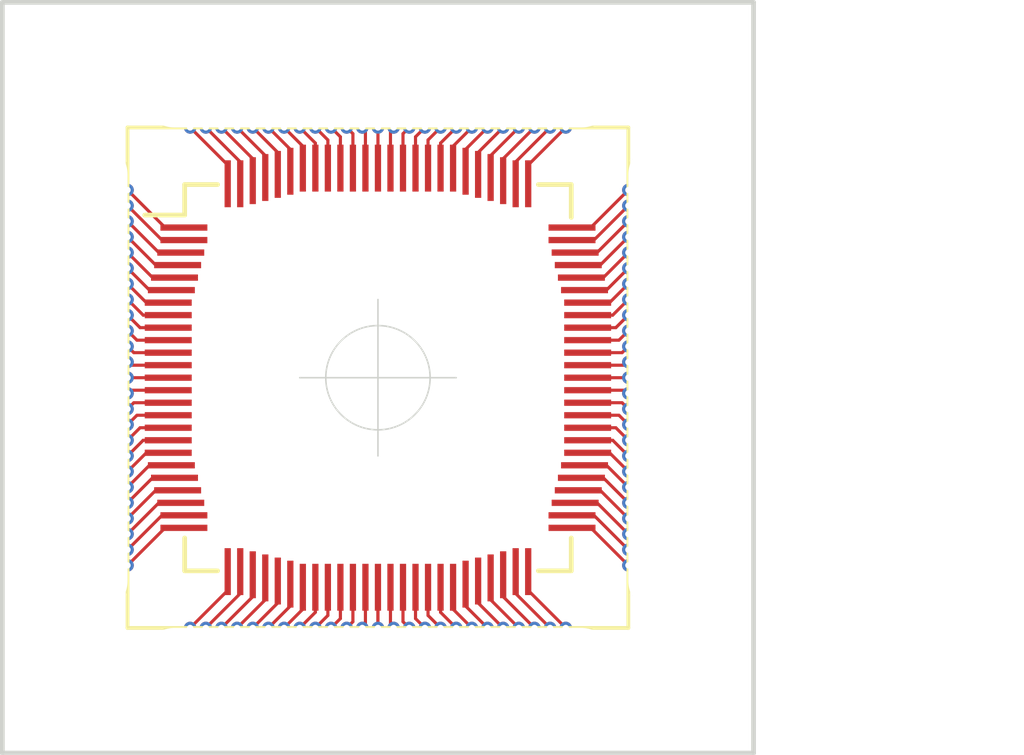
<source format=kicad_pcb>
(kicad_pcb (version 20171130) (host pcbnew 5.1.7-a382d34a8~87~ubuntu18.04.1)

  (general
    (thickness 1.6)
    (drawings 5)
    (tracks 197)
    (zones 0)
    (modules 1)
    (nets 1)
  )

  (page A4)
  (layers
    (0 F.Cu signal)
    (31 B.Cu signal)
    (32 B.Adhes user)
    (33 F.Adhes user)
    (34 B.Paste user)
    (35 F.Paste user)
    (36 B.SilkS user)
    (37 F.SilkS user)
    (38 B.Mask user)
    (39 F.Mask user)
    (40 Dwgs.User user)
    (41 Cmts.User user)
    (42 Eco1.User user)
    (43 Eco2.User user)
    (44 Edge.Cuts user)
    (45 Margin user)
    (46 B.CrtYd user)
    (47 F.CrtYd user)
    (48 B.Fab user)
    (49 F.Fab user)
  )

  (setup
    (last_trace_width 0.1)
    (trace_clearance 0.1)
    (zone_clearance 0.508)
    (zone_45_only no)
    (trace_min 0.1)
    (via_size 0.4)
    (via_drill 0.2)
    (via_min_size 0.4)
    (via_min_drill 0.2)
    (uvia_size 0.3)
    (uvia_drill 0.1)
    (uvias_allowed no)
    (uvia_min_size 0.2)
    (uvia_min_drill 0.1)
    (edge_width 0.05)
    (segment_width 0.2)
    (pcb_text_width 0.3)
    (pcb_text_size 1.5 1.5)
    (mod_edge_width 0.12)
    (mod_text_size 1 1)
    (mod_text_width 0.15)
    (pad_size 0.4 0.4)
    (pad_drill 0.2)
    (pad_to_mask_clearance 0)
    (aux_axis_origin 0 0)
    (visible_elements FFFFFF7F)
    (pcbplotparams
      (layerselection 0x014cc_ffffffff)
      (usegerberextensions false)
      (usegerberattributes true)
      (usegerberadvancedattributes true)
      (creategerberjobfile true)
      (excludeedgelayer true)
      (linewidth 0.100000)
      (plotframeref false)
      (viasonmask false)
      (mode 1)
      (useauxorigin false)
      (hpglpennumber 1)
      (hpglpenspeed 20)
      (hpglpendiameter 15.000000)
      (psnegative false)
      (psa4output false)
      (plotreference true)
      (plotvalue true)
      (plotinvisibletext false)
      (padsonsilk false)
      (subtractmaskfromsilk false)
      (outputformat 1)
      (mirror false)
      (drillshape 0)
      (scaleselection 1)
      (outputdirectory "gerber/"))
  )

  (net 0 "")

  (net_class Default "This is the default net class."
    (clearance 0.1)
    (trace_width 0.1)
    (via_dia 0.4)
    (via_drill 0.2)
    (uvia_dia 0.3)
    (uvia_drill 0.1)
  )

  (module lecroy_mfp415:TQFP-100_12x12mm_P0.4mm_adapter (layer F.Cu) (tedit 5FA06020) (tstamp 5F9CC2F0)
    (at 155 100)
    (descr "100-Lead Plastic Thin Quad Flatpack (PT) - 12x12x1 mm Body, 2.00 mm [TQFP] (see Microchip Packaging Specification 00000049BS.pdf)")
    (tags "QFP 0.4")
    (attr smd)
    (fp_text reference REF** (at 0 -9) (layer F.SilkS)
      (effects (font (size 1 1) (thickness 0.15)))
    )
    (fp_text value TQFP-100_12x12mm_P0.4mm_adapter (at 6 10) (layer F.Fab)
      (effects (font (size 1 1) (thickness 0.15)))
    )
    (fp_text user %R (at 0 0) (layer F.Fab)
      (effects (font (size 1 1) (thickness 0.15)))
    )
    (fp_line (start -8 -8) (end 8 -8) (layer F.SilkS) (width 0.12))
    (fp_line (start -8 8) (end -8 -8) (layer F.SilkS) (width 0.12))
    (fp_line (start 8 8) (end -8 8) (layer F.SilkS) (width 0.12))
    (fp_line (start 8 -8) (end 8 8) (layer F.SilkS) (width 0.12))
    (fp_line (start -5 -6) (end 6 -6) (layer F.Fab) (width 0.15))
    (fp_line (start 6 -6) (end 6 6) (layer F.Fab) (width 0.15))
    (fp_line (start 6 6) (end -6 6) (layer F.Fab) (width 0.15))
    (fp_line (start -6 6) (end -6 -5) (layer F.Fab) (width 0.15))
    (fp_line (start -6 -5) (end -5 -6) (layer F.Fab) (width 0.15))
    (fp_line (start -7.7 -7.7) (end -7.7 7.7) (layer F.CrtYd) (width 0.05))
    (fp_line (start 7.7 -7.7) (end 7.7 7.7) (layer F.CrtYd) (width 0.05))
    (fp_line (start -7.7 -7.7) (end 7.7 -7.7) (layer F.CrtYd) (width 0.05))
    (fp_line (start -7.7 7.7) (end 7.7 7.7) (layer F.CrtYd) (width 0.05))
    (fp_line (start -6.175 -6.175) (end -6.175 -5.2) (layer F.SilkS) (width 0.15))
    (fp_line (start 6.175 -6.175) (end 6.175 -5.125) (layer F.SilkS) (width 0.15))
    (fp_line (start 6.175 6.175) (end 6.175 5.125) (layer F.SilkS) (width 0.15))
    (fp_line (start -6.175 6.175) (end -6.175 5.125) (layer F.SilkS) (width 0.15))
    (fp_line (start -6.175 -6.175) (end -5.125 -6.175) (layer F.SilkS) (width 0.15))
    (fp_line (start -6.175 6.175) (end -5.125 6.175) (layer F.SilkS) (width 0.15))
    (fp_line (start 6.175 6.175) (end 5.125 6.175) (layer F.SilkS) (width 0.15))
    (fp_line (start 6.175 -6.175) (end 5.125 -6.175) (layer F.SilkS) (width 0.15))
    (fp_line (start -6.175 -5.2) (end -7.45 -5.2) (layer F.SilkS) (width 0.15))
    (pad "" np_thru_hole oval (at -9 0 90) (size 15 2) (drill oval 15 2) (layers *.Cu *.Mask))
    (pad "" np_thru_hole oval (at 0 9 180) (size 15 2) (drill oval 15 2) (layers *.Cu *.Mask))
    (pad "" np_thru_hole oval (at 9 0 90) (size 15 2) (drill oval 15 2) (layers *.Cu *.Mask))
    (pad "" np_thru_hole oval (at 0 -9) (size 15 2) (drill oval 15 2) (layers *.Cu *.Mask))
    (pad 19 thru_hole circle (at -8 3 270) (size 0.4 0.4) (drill 0.2) (layers *.Cu *.Mask))
    (pad 13 thru_hole circle (at -8 0 270) (size 0.4 0.4) (drill 0.2) (layers *.Cu *.Mask))
    (pad 16 thru_hole circle (at -8 1.5 270) (size 0.4 0.4) (drill 0.2) (layers *.Cu *.Mask))
    (pad 4 thru_hole circle (at -8 -4.5 270) (size 0.4 0.4) (drill 0.2) (layers *.Cu *.Mask))
    (pad 10 thru_hole circle (at -8 -1.5 270) (size 0.4 0.4) (drill 0.2) (layers *.Cu *.Mask))
    (pad 8 thru_hole circle (at -8 -2.5 270) (size 0.4 0.4) (drill 0.2) (layers *.Cu *.Mask))
    (pad 12 thru_hole circle (at -8 -0.5 270) (size 0.4 0.4) (drill 0.2) (layers *.Cu *.Mask))
    (pad 5 thru_hole circle (at -8 -4) (size 0.4 0.4) (drill 0.2) (layers *.Cu *.Mask))
    (pad 3 thru_hole circle (at -8 -5 270) (size 0.4 0.4) (drill 0.2) (layers *.Cu *.Mask))
    (pad 15 thru_hole circle (at -8 1 270) (size 0.4 0.4) (drill 0.2) (layers *.Cu *.Mask))
    (pad 22 thru_hole circle (at -8 4.5 270) (size 0.4 0.4) (drill 0.2) (layers *.Cu *.Mask))
    (pad 23 thru_hole circle (at -8 5 270) (size 0.4 0.4) (drill 0.2) (layers *.Cu *.Mask))
    (pad 7 thru_hole circle (at -8 -3 270) (size 0.4 0.4) (drill 0.2) (layers *.Cu *.Mask))
    (pad 1 thru_hole circle (at -8 -6 270) (size 0.4 0.4) (drill 0.2) (layers *.Cu *.Mask))
    (pad 14 thru_hole circle (at -8 0.5 270) (size 0.4 0.4) (drill 0.2) (layers *.Cu *.Mask))
    (pad 21 thru_hole circle (at -8 4 270) (size 0.4 0.4) (drill 0.2) (layers *.Cu *.Mask))
    (pad 6 thru_hole circle (at -8 -3.5 270) (size 0.4 0.4) (drill 0.2) (layers *.Cu *.Mask))
    (pad 18 thru_hole circle (at -8 2.5 270) (size 0.4 0.4) (drill 0.2) (layers *.Cu *.Mask))
    (pad 17 thru_hole circle (at -8 2 270) (size 0.4 0.4) (drill 0.2) (layers *.Cu *.Mask))
    (pad 9 thru_hole circle (at -8 -2 270) (size 0.4 0.4) (drill 0.2) (layers *.Cu *.Mask))
    (pad 20 thru_hole circle (at -8 3.5 270) (size 0.4 0.4) (drill 0.2) (layers *.Cu *.Mask))
    (pad 11 thru_hole circle (at -8 -1 270) (size 0.4 0.4) (drill 0.2) (layers *.Cu *.Mask))
    (pad 2 thru_hole circle (at -8 -5.5 270) (size 0.4 0.4) (drill 0.2) (layers *.Cu *.Mask))
    (pad 24 thru_hole circle (at -8 5.5 270) (size 0.4 0.4) (drill 0.2) (layers *.Cu *.Mask))
    (pad 25 thru_hole circle (at -8 6 270) (size 0.4 0.4) (drill 0.2) (layers *.Cu *.Mask))
    (pad 43 thru_hole circle (at 2.5 8 180) (size 0.4 0.4) (drill 0.2) (layers *.Cu *.Mask))
    (pad 35 thru_hole circle (at -1.5 8 180) (size 0.4 0.4) (drill 0.2) (layers *.Cu *.Mask))
    (pad 47 thru_hole circle (at 4.5 8 180) (size 0.4 0.4) (drill 0.2) (layers *.Cu *.Mask))
    (pad 41 thru_hole circle (at 1.5 8 180) (size 0.4 0.4) (drill 0.2) (layers *.Cu *.Mask))
    (pad 37 thru_hole circle (at -0.5 8 180) (size 0.4 0.4) (drill 0.2) (layers *.Cu *.Mask))
    (pad 30 thru_hole circle (at -4 8 180) (size 0.4 0.4) (drill 0.2) (layers *.Cu *.Mask))
    (pad 45 thru_hole circle (at 3.5 8 180) (size 0.4 0.4) (drill 0.2) (layers *.Cu *.Mask))
    (pad 28 thru_hole circle (at -5 8 180) (size 0.4 0.4) (drill 0.2) (layers *.Cu *.Mask))
    (pad 44 thru_hole circle (at 3 8 180) (size 0.4 0.4) (drill 0.2) (layers *.Cu *.Mask))
    (pad 50 thru_hole circle (at 6 8 180) (size 0.4 0.4) (drill 0.2) (layers *.Cu *.Mask))
    (pad 42 thru_hole circle (at 2 8 180) (size 0.4 0.4) (drill 0.2) (layers *.Cu *.Mask))
    (pad 31 thru_hole circle (at -3.5 8 180) (size 0.4 0.4) (drill 0.2) (layers *.Cu *.Mask))
    (pad 40 thru_hole circle (at 1 8 180) (size 0.4 0.4) (drill 0.2) (layers *.Cu *.Mask))
    (pad 26 thru_hole circle (at -6 8 180) (size 0.4 0.4) (drill 0.2) (layers *.Cu *.Mask))
    (pad 33 thru_hole circle (at -2.5 8 180) (size 0.4 0.4) (drill 0.2) (layers *.Cu *.Mask))
    (pad 38 thru_hole circle (at 0 8 180) (size 0.4 0.4) (drill 0.2) (layers *.Cu *.Mask))
    (pad 29 thru_hole circle (at -4.5 8 180) (size 0.4 0.4) (drill 0.2) (layers *.Cu *.Mask))
    (pad 32 thru_hole circle (at -3 8 180) (size 0.4 0.4) (drill 0.2) (layers *.Cu *.Mask))
    (pad 49 thru_hole circle (at 5.5 8 180) (size 0.4 0.4) (drill 0.2) (layers *.Cu *.Mask))
    (pad 27 thru_hole circle (at -5.5 8 180) (size 0.4 0.4) (drill 0.2) (layers *.Cu *.Mask))
    (pad 39 thru_hole circle (at 0.5 8 180) (size 0.4 0.4) (drill 0.2) (layers *.Cu *.Mask))
    (pad 46 thru_hole circle (at 4 8 270) (size 0.4 0.4) (drill 0.2) (layers *.Cu *.Mask))
    (pad 48 thru_hole circle (at 5 8 180) (size 0.4 0.4) (drill 0.2) (layers *.Cu *.Mask))
    (pad 36 thru_hole circle (at -1 8 180) (size 0.4 0.4) (drill 0.2) (layers *.Cu *.Mask))
    (pad 34 thru_hole circle (at -2 8 180) (size 0.4 0.4) (drill 0.2) (layers *.Cu *.Mask))
    (pad 73 thru_hole circle (at 8 -5 90) (size 0.4 0.4) (drill 0.2) (layers *.Cu *.Mask))
    (pad 68 thru_hole circle (at 8 -2.5 90) (size 0.4 0.4) (drill 0.2) (layers *.Cu *.Mask))
    (pad 75 thru_hole circle (at 8 -6 90) (size 0.4 0.4) (drill 0.2) (layers *.Cu *.Mask))
    (pad 66 thru_hole circle (at 8 -1.5 90) (size 0.4 0.4) (drill 0.2) (layers *.Cu *.Mask))
    (pad 70 thru_hole circle (at 8 -3.5 90) (size 0.4 0.4) (drill 0.2) (layers *.Cu *.Mask))
    (pad 51 thru_hole circle (at 8 6 90) (size 0.4 0.4) (drill 0.2) (layers *.Cu *.Mask))
    (pad 67 thru_hole circle (at 8 -2 90) (size 0.4 0.4) (drill 0.2) (layers *.Cu *.Mask))
    (pad 63 thru_hole circle (at 8 0 90) (size 0.4 0.4) (drill 0.2) (layers *.Cu *.Mask))
    (pad 71 thru_hole circle (at 8 -4 90) (size 0.4 0.4) (drill 0.2) (layers *.Cu *.Mask))
    (pad 54 thru_hole circle (at 8 4.5 90) (size 0.4 0.4) (drill 0.2) (layers *.Cu *.Mask))
    (pad 55 thru_hole circle (at 8 4 180) (size 0.4 0.4) (drill 0.2) (layers *.Cu *.Mask))
    (pad 58 thru_hole circle (at 8 2.5 90) (size 0.4 0.4) (drill 0.2) (layers *.Cu *.Mask))
    (pad 59 thru_hole circle (at 8 2 90) (size 0.4 0.4) (drill 0.2) (layers *.Cu *.Mask))
    (pad 56 thru_hole circle (at 8 3.5 90) (size 0.4 0.4) (drill 0.2) (layers *.Cu *.Mask))
    (pad 57 thru_hole circle (at 8 3 90) (size 0.4 0.4) (drill 0.2) (layers *.Cu *.Mask))
    (pad 64 thru_hole circle (at 8 -0.5 90) (size 0.4 0.4) (drill 0.2) (layers *.Cu *.Mask))
    (pad 60 thru_hole circle (at 8 1.5 90) (size 0.4 0.4) (drill 0.2) (layers *.Cu *.Mask))
    (pad 61 thru_hole circle (at 8 1 90) (size 0.4 0.4) (drill 0.2) (layers *.Cu *.Mask))
    (pad 52 thru_hole circle (at 8 5.5 90) (size 0.4 0.4) (drill 0.2) (layers *.Cu *.Mask))
    (pad 53 thru_hole circle (at 8 5 90) (size 0.4 0.4) (drill 0.2) (layers *.Cu *.Mask))
    (pad 65 thru_hole circle (at 8 -1 90) (size 0.4 0.4) (drill 0.2) (layers *.Cu *.Mask))
    (pad 72 thru_hole circle (at 8 -4.5 90) (size 0.4 0.4) (drill 0.2) (layers *.Cu *.Mask))
    (pad 69 thru_hole circle (at 8 -3 90) (size 0.4 0.4) (drill 0.2) (layers *.Cu *.Mask))
    (pad 74 thru_hole circle (at 8 -5.5 90) (size 0.4 0.4) (drill 0.2) (layers *.Cu *.Mask))
    (pad 62 thru_hole circle (at 8 0.5 90) (size 0.4 0.4) (drill 0.2) (layers *.Cu *.Mask))
    (pad 100 thru_hole circle (at -6 -8) (size 0.4 0.4) (drill 0.2) (layers *.Cu *.Mask))
    (pad 99 thru_hole circle (at -5.5 -8) (size 0.4 0.4) (drill 0.2) (layers *.Cu *.Mask))
    (pad 98 thru_hole circle (at -5 -8) (size 0.4 0.4) (drill 0.2) (layers *.Cu *.Mask))
    (pad 97 thru_hole circle (at -4.5 -8) (size 0.4 0.4) (drill 0.2) (layers *.Cu *.Mask))
    (pad 96 thru_hole circle (at -4 -8 90) (size 0.4 0.4) (drill 0.2) (layers *.Cu *.Mask))
    (pad 95 thru_hole circle (at -3.5 -8) (size 0.4 0.4) (drill 0.2) (layers *.Cu *.Mask))
    (pad 94 thru_hole circle (at -3 -8) (size 0.4 0.4) (drill 0.2) (layers *.Cu *.Mask))
    (pad 93 thru_hole circle (at -2.5 -8) (size 0.4 0.4) (drill 0.2) (layers *.Cu *.Mask))
    (pad 92 thru_hole circle (at -2 -8) (size 0.4 0.4) (drill 0.2) (layers *.Cu *.Mask))
    (pad 91 thru_hole circle (at -1.5 -8) (size 0.4 0.4) (drill 0.2) (layers *.Cu *.Mask))
    (pad 90 thru_hole circle (at -1 -8) (size 0.4 0.4) (drill 0.2) (layers *.Cu *.Mask))
    (pad 89 thru_hole circle (at -0.5 -8) (size 0.4 0.4) (drill 0.2) (layers *.Cu *.Mask))
    (pad 88 thru_hole circle (at 0 -8) (size 0.4 0.4) (drill 0.2) (layers *.Cu *.Mask))
    (pad 87 thru_hole circle (at 0.5 -8) (size 0.4 0.4) (drill 0.2) (layers *.Cu *.Mask))
    (pad 86 thru_hole circle (at 1 -8) (size 0.4 0.4) (drill 0.2) (layers *.Cu *.Mask))
    (pad 85 thru_hole circle (at 1.5 -8) (size 0.4 0.4) (drill 0.2) (layers *.Cu *.Mask))
    (pad 84 thru_hole circle (at 2 -8) (size 0.4 0.4) (drill 0.2) (layers *.Cu *.Mask))
    (pad 83 thru_hole circle (at 2.5 -8) (size 0.4 0.4) (drill 0.2) (layers *.Cu *.Mask))
    (pad 82 thru_hole circle (at 3 -8) (size 0.4 0.4) (drill 0.2) (layers *.Cu *.Mask))
    (pad 81 thru_hole circle (at 3.5 -8) (size 0.4 0.4) (drill 0.2) (layers *.Cu *.Mask))
    (pad 80 thru_hole circle (at 4 -8) (size 0.4 0.4) (drill 0.2) (layers *.Cu *.Mask))
    (pad 79 thru_hole circle (at 4.5 -8) (size 0.4 0.4) (drill 0.2) (layers *.Cu *.Mask))
    (pad 78 thru_hole circle (at 5 -8) (size 0.4 0.4) (drill 0.2) (layers *.Cu *.Mask))
    (pad 76 thru_hole circle (at 6 -8) (size 0.4 0.4) (drill 0.2) (layers *.Cu *.Mask))
    (pad 77 thru_hole circle (at 5.5 -8) (size 0.4 0.4) (drill 0.2) (layers *.Cu *.Mask))
    (pad 100 smd rect (at -4.8 -6.2 90) (size 1.5 0.2) (layers F.Cu F.Paste F.Mask))
    (pad 99 smd rect (at -4.4 -6.2 90) (size 1.5 0.2) (layers F.Cu F.Paste F.Mask))
    (pad 98 smd rect (at -4 -6.3 90) (size 1.5 0.2) (layers F.Cu F.Paste F.Mask))
    (pad 97 smd rect (at -3.6 -6.4 90) (size 1.5 0.2) (layers F.Cu F.Paste F.Mask))
    (pad 96 smd rect (at -3.2 -6.5 90) (size 1.5 0.2) (layers F.Cu F.Paste F.Mask))
    (pad 95 smd rect (at -2.8 -6.6 90) (size 1.5 0.2) (layers F.Cu F.Paste F.Mask))
    (pad 94 smd rect (at -2.4 -6.7 90) (size 1.5 0.2) (layers F.Cu F.Paste F.Mask))
    (pad 93 smd rect (at -2 -6.7 90) (size 1.5 0.2) (layers F.Cu F.Paste F.Mask))
    (pad 92 smd rect (at -1.6 -6.7 90) (size 1.5 0.2) (layers F.Cu F.Paste F.Mask))
    (pad 91 smd rect (at -1.2 -6.7 90) (size 1.5 0.2) (layers F.Cu F.Paste F.Mask))
    (pad 90 smd rect (at -0.8 -6.7 90) (size 1.5 0.2) (layers F.Cu F.Paste F.Mask))
    (pad 89 smd rect (at -0.4 -6.7 90) (size 1.5 0.2) (layers F.Cu F.Paste F.Mask))
    (pad 88 smd rect (at 0 -6.7 90) (size 1.5 0.2) (layers F.Cu F.Paste F.Mask))
    (pad 87 smd rect (at 0.4 -6.7 90) (size 1.5 0.2) (layers F.Cu F.Paste F.Mask))
    (pad 86 smd rect (at 0.8 -6.7 90) (size 1.5 0.2) (layers F.Cu F.Paste F.Mask))
    (pad 85 smd rect (at 1.2 -6.7 90) (size 1.5 0.2) (layers F.Cu F.Paste F.Mask))
    (pad 84 smd rect (at 1.6 -6.7 90) (size 1.5 0.2) (layers F.Cu F.Paste F.Mask))
    (pad 83 smd rect (at 2 -6.7 90) (size 1.5 0.2) (layers F.Cu F.Paste F.Mask))
    (pad 82 smd rect (at 2.4 -6.7 90) (size 1.5 0.2) (layers F.Cu F.Paste F.Mask))
    (pad 81 smd rect (at 2.8 -6.6 90) (size 1.5 0.2) (layers F.Cu F.Paste F.Mask))
    (pad 80 smd rect (at 3.2 -6.5 90) (size 1.5 0.2) (layers F.Cu F.Paste F.Mask))
    (pad 79 smd rect (at 3.6 -6.4 90) (size 1.5 0.2) (layers F.Cu F.Paste F.Mask))
    (pad 78 smd rect (at 4 -6.3 90) (size 1.5 0.2) (layers F.Cu F.Paste F.Mask))
    (pad 77 smd rect (at 4.4 -6.2 90) (size 1.5 0.2) (layers F.Cu F.Paste F.Mask))
    (pad 76 smd rect (at 4.8 -6.2 90) (size 1.5 0.2) (layers F.Cu F.Paste F.Mask))
    (pad 75 smd rect (at 6.2 -4.8) (size 1.5 0.2) (layers F.Cu F.Paste F.Mask))
    (pad 74 smd rect (at 6.2 -4.4) (size 1.5 0.2) (layers F.Cu F.Paste F.Mask))
    (pad 73 smd rect (at 6.3 -4) (size 1.5 0.2) (layers F.Cu F.Paste F.Mask))
    (pad 72 smd rect (at 6.4 -3.6) (size 1.5 0.2) (layers F.Cu F.Paste F.Mask))
    (pad 71 smd rect (at 6.5 -3.2) (size 1.5 0.2) (layers F.Cu F.Paste F.Mask))
    (pad 70 smd rect (at 6.6 -2.8) (size 1.5 0.2) (layers F.Cu F.Paste F.Mask))
    (pad 69 smd rect (at 6.7 -2.4) (size 1.5 0.2) (layers F.Cu F.Paste F.Mask))
    (pad 68 smd rect (at 6.7 -2) (size 1.5 0.2) (layers F.Cu F.Paste F.Mask))
    (pad 67 smd rect (at 6.7 -1.6) (size 1.5 0.2) (layers F.Cu F.Paste F.Mask))
    (pad 66 smd rect (at 6.7 -1.2) (size 1.5 0.2) (layers F.Cu F.Paste F.Mask))
    (pad 65 smd rect (at 6.7 -0.8) (size 1.5 0.2) (layers F.Cu F.Paste F.Mask))
    (pad 64 smd rect (at 6.7 -0.4) (size 1.5 0.2) (layers F.Cu F.Paste F.Mask))
    (pad 63 smd rect (at 6.7 0) (size 1.5 0.2) (layers F.Cu F.Paste F.Mask))
    (pad 62 smd rect (at 6.7 0.4) (size 1.5 0.2) (layers F.Cu F.Paste F.Mask))
    (pad 61 smd rect (at 6.7 0.8) (size 1.5 0.2) (layers F.Cu F.Paste F.Mask))
    (pad 60 smd rect (at 6.7 1.2) (size 1.5 0.2) (layers F.Cu F.Paste F.Mask))
    (pad 59 smd rect (at 6.7 1.6) (size 1.5 0.2) (layers F.Cu F.Paste F.Mask))
    (pad 58 smd rect (at 6.7 2) (size 1.5 0.2) (layers F.Cu F.Paste F.Mask))
    (pad 57 smd rect (at 6.7 2.4) (size 1.5 0.2) (layers F.Cu F.Paste F.Mask))
    (pad 56 smd rect (at 6.6 2.8) (size 1.5 0.2) (layers F.Cu F.Paste F.Mask))
    (pad 55 smd rect (at 6.5 3.2) (size 1.5 0.2) (layers F.Cu F.Paste F.Mask))
    (pad 54 smd rect (at 6.4 3.6) (size 1.5 0.2) (layers F.Cu F.Paste F.Mask))
    (pad 53 smd rect (at 6.3 4) (size 1.5 0.2) (layers F.Cu F.Paste F.Mask))
    (pad 52 smd rect (at 6.2 4.4) (size 1.5 0.2) (layers F.Cu F.Paste F.Mask))
    (pad 51 smd rect (at 6.2 4.8) (size 1.5 0.2) (layers F.Cu F.Paste F.Mask))
    (pad 50 smd rect (at 4.8 6.2 90) (size 1.5 0.2) (layers F.Cu F.Paste F.Mask))
    (pad 49 smd rect (at 4.4 6.2 90) (size 1.5 0.2) (layers F.Cu F.Paste F.Mask))
    (pad 48 smd rect (at 4 6.3 90) (size 1.5 0.2) (layers F.Cu F.Paste F.Mask))
    (pad 47 smd rect (at 3.6 6.4 90) (size 1.5 0.2) (layers F.Cu F.Paste F.Mask))
    (pad 46 smd rect (at 3.2 6.5 90) (size 1.5 0.2) (layers F.Cu F.Paste F.Mask))
    (pad 45 smd rect (at 2.8 6.6 90) (size 1.5 0.2) (layers F.Cu F.Paste F.Mask))
    (pad 44 smd rect (at 2.4 6.7 90) (size 1.5 0.2) (layers F.Cu F.Paste F.Mask))
    (pad 43 smd rect (at 2 6.7 90) (size 1.5 0.2) (layers F.Cu F.Paste F.Mask))
    (pad 42 smd rect (at 1.6 6.7 90) (size 1.5 0.2) (layers F.Cu F.Paste F.Mask))
    (pad 41 smd rect (at 1.2 6.7 90) (size 1.5 0.2) (layers F.Cu F.Paste F.Mask))
    (pad 40 smd rect (at 0.8 6.7 90) (size 1.5 0.2) (layers F.Cu F.Paste F.Mask))
    (pad 39 smd rect (at 0.4 6.7 90) (size 1.5 0.2) (layers F.Cu F.Paste F.Mask))
    (pad 38 smd rect (at 0 6.7 90) (size 1.5 0.2) (layers F.Cu F.Paste F.Mask))
    (pad 37 smd rect (at -0.4 6.7 90) (size 1.5 0.2) (layers F.Cu F.Paste F.Mask))
    (pad 36 smd rect (at -0.8 6.7 90) (size 1.5 0.2) (layers F.Cu F.Paste F.Mask))
    (pad 35 smd rect (at -1.2 6.7 90) (size 1.5 0.2) (layers F.Cu F.Paste F.Mask))
    (pad 34 smd rect (at -1.6 6.7 90) (size 1.5 0.2) (layers F.Cu F.Paste F.Mask))
    (pad 33 smd rect (at -2 6.7 90) (size 1.5 0.2) (layers F.Cu F.Paste F.Mask))
    (pad 32 smd rect (at -2.4 6.7 90) (size 1.5 0.2) (layers F.Cu F.Paste F.Mask))
    (pad 31 smd rect (at -2.8 6.6 90) (size 1.5 0.2) (layers F.Cu F.Paste F.Mask))
    (pad 30 smd rect (at -3.2 6.5 90) (size 1.5 0.2) (layers F.Cu F.Paste F.Mask))
    (pad 29 smd rect (at -3.6 6.4 90) (size 1.5 0.2) (layers F.Cu F.Paste F.Mask))
    (pad 28 smd rect (at -4 6.3 90) (size 1.5 0.2) (layers F.Cu F.Paste F.Mask))
    (pad 27 smd rect (at -4.4 6.2 90) (size 1.5 0.2) (layers F.Cu F.Paste F.Mask))
    (pad 26 smd rect (at -4.8 6.2 90) (size 1.5 0.2) (layers F.Cu F.Paste F.Mask))
    (pad 25 smd rect (at -6.2 4.8) (size 1.5 0.2) (layers F.Cu F.Paste F.Mask))
    (pad 24 smd rect (at -6.2 4.4) (size 1.5 0.2) (layers F.Cu F.Paste F.Mask))
    (pad 23 smd rect (at -6.3 4) (size 1.5 0.2) (layers F.Cu F.Paste F.Mask))
    (pad 22 smd rect (at -6.4 3.6) (size 1.5 0.2) (layers F.Cu F.Paste F.Mask))
    (pad 21 smd rect (at -6.5 3.2) (size 1.5 0.2) (layers F.Cu F.Paste F.Mask))
    (pad 20 smd rect (at -6.6 2.8) (size 1.5 0.2) (layers F.Cu F.Paste F.Mask))
    (pad 19 smd rect (at -6.7 2.4) (size 1.5 0.2) (layers F.Cu F.Paste F.Mask))
    (pad 18 smd rect (at -6.7 2) (size 1.5 0.2) (layers F.Cu F.Paste F.Mask))
    (pad 17 smd rect (at -6.7 1.6) (size 1.5 0.2) (layers F.Cu F.Paste F.Mask))
    (pad 16 smd rect (at -6.7 1.2) (size 1.5 0.2) (layers F.Cu F.Paste F.Mask))
    (pad 15 smd rect (at -6.7 0.8) (size 1.5 0.2) (layers F.Cu F.Paste F.Mask))
    (pad 14 smd rect (at -6.7 0.4) (size 1.5 0.2) (layers F.Cu F.Paste F.Mask))
    (pad 13 smd rect (at -6.7 0) (size 1.5 0.2) (layers F.Cu F.Paste F.Mask))
    (pad 12 smd rect (at -6.7 -0.4) (size 1.5 0.2) (layers F.Cu F.Paste F.Mask))
    (pad 11 smd rect (at -6.7 -0.8) (size 1.5 0.2) (layers F.Cu F.Paste F.Mask))
    (pad 10 smd rect (at -6.7 -1.2) (size 1.5 0.2) (layers F.Cu F.Paste F.Mask))
    (pad 9 smd rect (at -6.7 -1.6) (size 1.5 0.2) (layers F.Cu F.Paste F.Mask))
    (pad 8 smd rect (at -6.7 -2) (size 1.5 0.2) (layers F.Cu F.Paste F.Mask))
    (pad 7 smd rect (at -6.7 -2.4) (size 1.5 0.2) (layers F.Cu F.Paste F.Mask))
    (pad 6 smd rect (at -6.6 -2.8) (size 1.5 0.2) (layers F.Cu F.Paste F.Mask))
    (pad 5 smd rect (at -6.5 -3.2) (size 1.5 0.2) (layers F.Cu F.Paste F.Mask))
    (pad 4 smd rect (at -6.4 -3.6) (size 1.5 0.2) (layers F.Cu F.Paste F.Mask))
    (pad 3 smd rect (at -6.3 -4) (size 1.5 0.2) (layers F.Cu F.Paste F.Mask))
    (pad 2 smd rect (at -6.2 -4.4) (size 1.5 0.2) (layers F.Cu F.Paste F.Mask))
    (pad 1 smd rect (at -6.2 -4.8) (size 1.5 0.2) (layers F.Cu F.Paste F.Mask))
    (model ${KISYS3DMOD}/Package_QFP.3dshapes/TQFP-100_12x12mm_P0.4mm.wrl
      (at (xyz 0 0 0))
      (scale (xyz 1 1 1))
      (rotate (xyz 0 0 0))
    )
  )

  (gr_line (start 143 112) (end 143 88) (layer Edge.Cuts) (width 0.15) (tstamp 5F9CC2F1))
  (gr_line (start 167 112) (end 143 112) (layer Edge.Cuts) (width 0.15) (tstamp 5FA1B214))
  (gr_line (start 167 88) (end 167 112) (layer Edge.Cuts) (width 0.15))
  (gr_line (start 143 88) (end 167 88) (layer Edge.Cuts) (width 0.15) (tstamp 5FA1A900))
  (target plus (at 155 100) (size 5) (width 0.05) (layer Edge.Cuts))

  (segment (start 155 93.8) (end 155 92) (width 0.1) (layer F.Cu) (net 0))
  (segment (start 161.2 100) (end 163 100) (width 0.1) (layer F.Cu) (net 0))
  (segment (start 155 106.2) (end 155 108) (width 0.1) (layer F.Cu) (net 0))
  (segment (start 155 108) (end 155 107) (width 0.1) (layer F.Cu) (net 0))
  (segment (start 148.8 100) (end 147 100) (width 0.1) (layer F.Cu) (net 0))
  (segment (start 147.1 99.6) (end 147 99.5) (width 0.1) (layer F.Cu) (net 0))
  (segment (start 148.8 99.6) (end 147.1 99.6) (width 0.1) (layer F.Cu) (net 0))
  (segment (start 147.199999 99.199999) (end 147 99) (width 0.1) (layer F.Cu) (net 0))
  (segment (start 148.8 99.2) (end 147.199999 99.199999) (width 0.1) (layer F.Cu) (net 0))
  (segment (start 147.3 98.8) (end 147 98.5) (width 0.1) (layer F.Cu) (net 0))
  (segment (start 148.8 98.8) (end 147.3 98.8) (width 0.1) (layer F.Cu) (net 0))
  (segment (start 147.4 98.4) (end 147 98) (width 0.1) (layer F.Cu) (net 0))
  (segment (start 148.8 98.4) (end 147.4 98.4) (width 0.1) (layer F.Cu) (net 0))
  (segment (start 147.5 98) (end 147 97.5) (width 0.1) (layer F.Cu) (net 0))
  (segment (start 148.8 98) (end 147.5 98) (width 0.1) (layer F.Cu) (net 0))
  (segment (start 148.8 97.6) (end 147.6 97.6) (width 0.1) (layer F.Cu) (net 0))
  (segment (start 147.6 97.6) (end 147 97) (width 0.1) (layer F.Cu) (net 0))
  (segment (start 147.7 97.2) (end 147 96.5) (width 0.1) (layer F.Cu) (net 0))
  (segment (start 148.8 97.2) (end 147.7 97.2) (width 0.1) (layer F.Cu) (net 0))
  (segment (start 147.8 96.8) (end 147 96) (width 0.1) (layer F.Cu) (net 0))
  (segment (start 148.8 96.8) (end 147.8 96.8) (width 0.1) (layer F.Cu) (net 0))
  (segment (start 147.9 96.4) (end 147 95.5) (width 0.1) (layer F.Cu) (net 0))
  (segment (start 148.8 96.4) (end 147.9 96.4) (width 0.1) (layer F.Cu) (net 0))
  (segment (start 148 96) (end 147 95) (width 0.1) (layer F.Cu) (net 0))
  (segment (start 148.8 96) (end 148 96) (width 0.1) (layer F.Cu) (net 0))
  (segment (start 148.1 95.6) (end 147 94.5) (width 0.1) (layer F.Cu) (net 0))
  (segment (start 148.8 95.6) (end 148.1 95.6) (width 0.1) (layer F.Cu) (net 0))
  (segment (start 148.2 95.2) (end 147 94) (width 0.1) (layer F.Cu) (net 0))
  (segment (start 148.8 95.2) (end 148.2 95.2) (width 0.1) (layer F.Cu) (net 0))
  (segment (start 147.1 100.4) (end 147 100.5) (width 0.1) (layer F.Cu) (net 0))
  (segment (start 148.8 100.4) (end 147.1 100.4) (width 0.1) (layer F.Cu) (net 0))
  (segment (start 147.199999 100.800001) (end 147 101) (width 0.1) (layer F.Cu) (net 0))
  (segment (start 148.8 100.8) (end 147.199999 100.800001) (width 0.1) (layer F.Cu) (net 0))
  (segment (start 147.3 101.2) (end 147 101.5) (width 0.1) (layer F.Cu) (net 0))
  (segment (start 148.8 101.2) (end 147.3 101.2) (width 0.1) (layer F.Cu) (net 0))
  (segment (start 147.4 101.6) (end 147 102) (width 0.1) (layer F.Cu) (net 0))
  (segment (start 148.8 101.6) (end 147.4 101.6) (width 0.1) (layer F.Cu) (net 0))
  (segment (start 147.5 102) (end 147 102.5) (width 0.1) (layer F.Cu) (net 0))
  (segment (start 148.8 102) (end 147.5 102) (width 0.1) (layer F.Cu) (net 0))
  (segment (start 147.6 102.4) (end 147 103) (width 0.1) (layer F.Cu) (net 0))
  (segment (start 148.8 102.4) (end 147.6 102.4) (width 0.1) (layer F.Cu) (net 0))
  (segment (start 147.7 102.8) (end 147 103.5) (width 0.1) (layer F.Cu) (net 0))
  (segment (start 148.8 102.8) (end 147.7 102.8) (width 0.1) (layer F.Cu) (net 0))
  (segment (start 147.8 103.2) (end 147 104) (width 0.1) (layer F.Cu) (net 0))
  (segment (start 148.8 103.2) (end 147.8 103.2) (width 0.1) (layer F.Cu) (net 0))
  (segment (start 147.9 103.6) (end 147 104.5) (width 0.1) (layer F.Cu) (net 0))
  (segment (start 148.8 103.6) (end 147.9 103.6) (width 0.1) (layer F.Cu) (net 0))
  (segment (start 148 104) (end 147 105) (width 0.1) (layer F.Cu) (net 0))
  (segment (start 148.8 104) (end 148 104) (width 0.1) (layer F.Cu) (net 0))
  (segment (start 148.1 104.4) (end 147 105.5) (width 0.1) (layer F.Cu) (net 0))
  (segment (start 148.8 104.4) (end 148.1 104.4) (width 0.1) (layer F.Cu) (net 0))
  (segment (start 148.2 104.8) (end 147 106) (width 0.1) (layer F.Cu) (net 0))
  (segment (start 148.8 104.8) (end 148.2 104.8) (width 0.1) (layer F.Cu) (net 0))
  (segment (start 154.6 107.9) (end 154.5 108) (width 0.1) (layer F.Cu) (net 0))
  (segment (start 154.6 106.2) (end 154.6 107.9) (width 0.1) (layer F.Cu) (net 0))
  (segment (start 154.199999 107.800001) (end 154 108) (width 0.1) (layer F.Cu) (net 0))
  (segment (start 154.2 106.2) (end 154.199999 107.800001) (width 0.1) (layer F.Cu) (net 0))
  (segment (start 153.8 107.7) (end 153.5 108) (width 0.1) (layer F.Cu) (net 0))
  (segment (start 153.8 106.2) (end 153.8 107.7) (width 0.1) (layer F.Cu) (net 0))
  (segment (start 153.4 107.6) (end 153 108) (width 0.1) (layer F.Cu) (net 0))
  (segment (start 153.4 106.2) (end 153.4 107.6) (width 0.1) (layer F.Cu) (net 0))
  (segment (start 153 107.5) (end 152.5 108) (width 0.1) (layer F.Cu) (net 0))
  (segment (start 153 106.2) (end 153 107.5) (width 0.1) (layer F.Cu) (net 0))
  (segment (start 152.6 107.4) (end 152 108) (width 0.1) (layer F.Cu) (net 0))
  (segment (start 152.6 106.2) (end 152.6 107.4) (width 0.1) (layer F.Cu) (net 0))
  (segment (start 152.2 107.3) (end 151.5 108) (width 0.1) (layer F.Cu) (net 0))
  (segment (start 152.2 106.2) (end 152.2 107.3) (width 0.1) (layer F.Cu) (net 0))
  (segment (start 151.8 107.2) (end 151 108) (width 0.1) (layer F.Cu) (net 0))
  (segment (start 151.8 106.2) (end 151.8 107.2) (width 0.1) (layer F.Cu) (net 0))
  (segment (start 151.4 107.1) (end 150.5 108) (width 0.1) (layer F.Cu) (net 0))
  (segment (start 151.4 106.2) (end 151.4 107.1) (width 0.1) (layer F.Cu) (net 0))
  (segment (start 151 107) (end 150 108) (width 0.1) (layer F.Cu) (net 0))
  (segment (start 151 106.2) (end 151 107) (width 0.1) (layer F.Cu) (net 0))
  (segment (start 150.6 106.9) (end 149.5 108) (width 0.1) (layer F.Cu) (net 0))
  (segment (start 150.6 106.2) (end 150.6 106.9) (width 0.1) (layer F.Cu) (net 0))
  (segment (start 150.2 106.8) (end 149 108) (width 0.1) (layer F.Cu) (net 0))
  (segment (start 150.2 106.2) (end 150.2 106.8) (width 0.1) (layer F.Cu) (net 0))
  (segment (start 155.4 107.9) (end 155.5 108) (width 0.1) (layer F.Cu) (net 0))
  (segment (start 155.4 106.2) (end 155.4 107.9) (width 0.1) (layer F.Cu) (net 0))
  (segment (start 155.800001 107.800001) (end 156 108) (width 0.1) (layer F.Cu) (net 0))
  (segment (start 155.8 106.2) (end 155.800001 107.800001) (width 0.1) (layer F.Cu) (net 0))
  (segment (start 156.2 107.7) (end 156.5 108) (width 0.1) (layer F.Cu) (net 0))
  (segment (start 156.2 106.2) (end 156.2 107.7) (width 0.1) (layer F.Cu) (net 0))
  (segment (start 156.6 107.6) (end 157 108) (width 0.1) (layer F.Cu) (net 0))
  (segment (start 156.6 106.2) (end 156.6 107.6) (width 0.1) (layer F.Cu) (net 0))
  (segment (start 157 107.5) (end 157.5 108) (width 0.1) (layer F.Cu) (net 0))
  (segment (start 157 106.2) (end 157 107.5) (width 0.1) (layer F.Cu) (net 0))
  (segment (start 157.4 107.4) (end 158 108) (width 0.1) (layer F.Cu) (net 0))
  (segment (start 157.4 106.2) (end 157.4 107.4) (width 0.1) (layer F.Cu) (net 0))
  (segment (start 157.8 107.3) (end 158.5 108) (width 0.1) (layer F.Cu) (net 0))
  (segment (start 157.8 106.2) (end 157.8 107.3) (width 0.1) (layer F.Cu) (net 0))
  (segment (start 158.2 107.2) (end 159 108) (width 0.1) (layer F.Cu) (net 0))
  (segment (start 158.2 106.2) (end 158.2 107.2) (width 0.1) (layer F.Cu) (net 0))
  (segment (start 158.6 107.1) (end 159.5 108) (width 0.1) (layer F.Cu) (net 0))
  (segment (start 158.6 106.2) (end 158.6 107.1) (width 0.1) (layer F.Cu) (net 0))
  (segment (start 159 107) (end 160 108) (width 0.1) (layer F.Cu) (net 0))
  (segment (start 159 106.2) (end 159 107) (width 0.1) (layer F.Cu) (net 0))
  (segment (start 159.4 106.9) (end 160.5 108) (width 0.1) (layer F.Cu) (net 0))
  (segment (start 159.4 106.2) (end 159.4 106.9) (width 0.1) (layer F.Cu) (net 0))
  (segment (start 159.8 106.8) (end 161 108) (width 0.1) (layer F.Cu) (net 0))
  (segment (start 159.8 106.2) (end 159.8 106.8) (width 0.1) (layer F.Cu) (net 0))
  (segment (start 162.9 100.4) (end 163 100.5) (width 0.1) (layer F.Cu) (net 0))
  (segment (start 161.2 100.4) (end 162.9 100.4) (width 0.1) (layer F.Cu) (net 0))
  (segment (start 162.800001 100.800001) (end 163 101) (width 0.1) (layer F.Cu) (net 0))
  (segment (start 161.2 100.8) (end 162.800001 100.800001) (width 0.1) (layer F.Cu) (net 0))
  (segment (start 162.7 101.2) (end 163 101.5) (width 0.1) (layer F.Cu) (net 0))
  (segment (start 161.2 101.2) (end 162.7 101.2) (width 0.1) (layer F.Cu) (net 0))
  (segment (start 162.6 101.6) (end 163 102) (width 0.1) (layer F.Cu) (net 0))
  (segment (start 161.2 101.6) (end 162.6 101.6) (width 0.1) (layer F.Cu) (net 0))
  (segment (start 162.5 102) (end 163 102.5) (width 0.1) (layer F.Cu) (net 0))
  (segment (start 161.2 102) (end 162.5 102) (width 0.1) (layer F.Cu) (net 0))
  (segment (start 162.4 102.4) (end 163 103) (width 0.1) (layer F.Cu) (net 0))
  (segment (start 161.2 102.4) (end 162.4 102.4) (width 0.1) (layer F.Cu) (net 0))
  (segment (start 162.3 102.8) (end 163 103.5) (width 0.1) (layer F.Cu) (net 0))
  (segment (start 161.2 102.8) (end 162.3 102.8) (width 0.1) (layer F.Cu) (net 0))
  (segment (start 162.2 103.2) (end 163 104) (width 0.1) (layer F.Cu) (net 0))
  (segment (start 161.2 103.2) (end 162.2 103.2) (width 0.1) (layer F.Cu) (net 0))
  (segment (start 162.1 103.6) (end 163 104.5) (width 0.1) (layer F.Cu) (net 0))
  (segment (start 161.2 103.6) (end 162.1 103.6) (width 0.1) (layer F.Cu) (net 0))
  (segment (start 162 104) (end 163 105) (width 0.1) (layer F.Cu) (net 0))
  (segment (start 161.2 104) (end 162 104) (width 0.1) (layer F.Cu) (net 0))
  (segment (start 161.9 104.4) (end 163 105.5) (width 0.1) (layer F.Cu) (net 0))
  (segment (start 161.2 104.4) (end 161.9 104.4) (width 0.1) (layer F.Cu) (net 0))
  (segment (start 161.8 104.8) (end 163 106) (width 0.1) (layer F.Cu) (net 0))
  (segment (start 161.2 104.8) (end 161.8 104.8) (width 0.1) (layer F.Cu) (net 0))
  (segment (start 162.9 99.6) (end 163 99.5) (width 0.1) (layer F.Cu) (net 0))
  (segment (start 161.2 99.6) (end 162.9 99.6) (width 0.1) (layer F.Cu) (net 0))
  (segment (start 162.800001 99.199999) (end 163 99) (width 0.1) (layer F.Cu) (net 0))
  (segment (start 161.2 99.2) (end 162.800001 99.199999) (width 0.1) (layer F.Cu) (net 0))
  (segment (start 162.7 98.8) (end 163 98.5) (width 0.1) (layer F.Cu) (net 0))
  (segment (start 161.2 98.8) (end 162.7 98.8) (width 0.1) (layer F.Cu) (net 0))
  (segment (start 162.6 98.4) (end 163 98) (width 0.1) (layer F.Cu) (net 0))
  (segment (start 161.2 98.4) (end 162.6 98.4) (width 0.1) (layer F.Cu) (net 0))
  (segment (start 162.5 98) (end 163 97.5) (width 0.1) (layer F.Cu) (net 0))
  (segment (start 161.2 98) (end 162.5 98) (width 0.1) (layer F.Cu) (net 0))
  (segment (start 162.4 97.6) (end 163 97) (width 0.1) (layer F.Cu) (net 0))
  (segment (start 161.2 97.6) (end 162.4 97.6) (width 0.1) (layer F.Cu) (net 0))
  (segment (start 162.3 97.2) (end 163 96.5) (width 0.1) (layer F.Cu) (net 0))
  (segment (start 161.2 97.2) (end 162.3 97.2) (width 0.1) (layer F.Cu) (net 0))
  (segment (start 162.2 96.8) (end 163 96) (width 0.1) (layer F.Cu) (net 0))
  (segment (start 161.2 96.8) (end 162.2 96.8) (width 0.1) (layer F.Cu) (net 0))
  (segment (start 162.1 96.4) (end 163 95.5) (width 0.1) (layer F.Cu) (net 0))
  (segment (start 161.2 96.4) (end 162.1 96.4) (width 0.1) (layer F.Cu) (net 0))
  (segment (start 162 96) (end 163 95) (width 0.1) (layer F.Cu) (net 0))
  (segment (start 161.2 96) (end 162 96) (width 0.1) (layer F.Cu) (net 0))
  (segment (start 161.9 95.6) (end 163 94.5) (width 0.1) (layer F.Cu) (net 0))
  (segment (start 161.2 95.6) (end 161.9 95.6) (width 0.1) (layer F.Cu) (net 0))
  (segment (start 161.8 95.2) (end 163 94) (width 0.1) (layer F.Cu) (net 0))
  (segment (start 161.2 95.2) (end 161.8 95.2) (width 0.1) (layer F.Cu) (net 0))
  (segment (start 154.6 92.1) (end 154.5 92) (width 0.1) (layer F.Cu) (net 0))
  (segment (start 154.6 93.8) (end 154.6 92.1) (width 0.1) (layer F.Cu) (net 0))
  (segment (start 154.199999 92.199999) (end 154 92) (width 0.1) (layer F.Cu) (net 0))
  (segment (start 154.2 93.8) (end 154.199999 92.199999) (width 0.1) (layer F.Cu) (net 0))
  (segment (start 153.8 92.3) (end 153.5 92) (width 0.1) (layer F.Cu) (net 0))
  (segment (start 153.8 93.8) (end 153.8 92.3) (width 0.1) (layer F.Cu) (net 0))
  (segment (start 153.4 92.4) (end 153 92) (width 0.1) (layer F.Cu) (net 0))
  (segment (start 153.4 93.8) (end 153.4 92.4) (width 0.1) (layer F.Cu) (net 0))
  (segment (start 153 92.5) (end 152.5 92) (width 0.1) (layer F.Cu) (net 0))
  (segment (start 153 93.8) (end 153 92.5) (width 0.1) (layer F.Cu) (net 0))
  (segment (start 152.6 92.6) (end 152 92) (width 0.1) (layer F.Cu) (net 0))
  (segment (start 152.6 93.8) (end 152.6 92.6) (width 0.1) (layer F.Cu) (net 0))
  (segment (start 152.2 92.7) (end 151.5 92) (width 0.1) (layer F.Cu) (net 0))
  (segment (start 152.2 93.8) (end 152.2 92.7) (width 0.1) (layer F.Cu) (net 0))
  (segment (start 151.8 92.8) (end 151 92) (width 0.1) (layer F.Cu) (net 0))
  (segment (start 151.8 93.8) (end 151.8 92.8) (width 0.1) (layer F.Cu) (net 0))
  (segment (start 151.4 92.9) (end 150.5 92) (width 0.1) (layer F.Cu) (net 0))
  (segment (start 151.4 93.8) (end 151.4 92.9) (width 0.1) (layer F.Cu) (net 0))
  (segment (start 151 93) (end 150 92) (width 0.1) (layer F.Cu) (net 0))
  (segment (start 151 93.8) (end 151 93) (width 0.1) (layer F.Cu) (net 0))
  (segment (start 150.6 93.1) (end 149.5 92) (width 0.1) (layer F.Cu) (net 0))
  (segment (start 150.6 93.8) (end 150.6 93.1) (width 0.1) (layer F.Cu) (net 0))
  (segment (start 150.2 93.2) (end 149 92) (width 0.1) (layer F.Cu) (net 0))
  (segment (start 150.2 93.8) (end 150.2 93.2) (width 0.1) (layer F.Cu) (net 0))
  (segment (start 155.4 92.1) (end 155.5 92) (width 0.1) (layer F.Cu) (net 0))
  (segment (start 155.4 93.8) (end 155.4 92.1) (width 0.1) (layer F.Cu) (net 0))
  (segment (start 155.800001 92.199999) (end 156 92) (width 0.1) (layer F.Cu) (net 0))
  (segment (start 155.8 93.8) (end 155.800001 92.199999) (width 0.1) (layer F.Cu) (net 0))
  (segment (start 156.2 92.3) (end 156.5 92) (width 0.1) (layer F.Cu) (net 0))
  (segment (start 156.2 93.8) (end 156.2 92.3) (width 0.1) (layer F.Cu) (net 0))
  (segment (start 156.6 92.4) (end 157 92) (width 0.1) (layer F.Cu) (net 0))
  (segment (start 156.6 93.8) (end 156.6 92.4) (width 0.1) (layer F.Cu) (net 0))
  (segment (start 157 92.5) (end 157.5 92) (width 0.1) (layer F.Cu) (net 0))
  (segment (start 157 93.8) (end 157 92.5) (width 0.1) (layer F.Cu) (net 0))
  (segment (start 157.4 92.6) (end 158 92) (width 0.1) (layer F.Cu) (net 0))
  (segment (start 157.4 93.8) (end 157.4 92.6) (width 0.1) (layer F.Cu) (net 0))
  (segment (start 157.8 92.7) (end 158.5 92) (width 0.1) (layer F.Cu) (net 0))
  (segment (start 157.8 93.8) (end 157.8 92.7) (width 0.1) (layer F.Cu) (net 0))
  (segment (start 158.2 92.8) (end 159 92) (width 0.1) (layer F.Cu) (net 0))
  (segment (start 158.2 93.8) (end 158.2 92.8) (width 0.1) (layer F.Cu) (net 0))
  (segment (start 158.6 92.9) (end 159.5 92) (width 0.1) (layer F.Cu) (net 0))
  (segment (start 158.6 93.8) (end 158.6 92.9) (width 0.1) (layer F.Cu) (net 0))
  (segment (start 159 93) (end 160 92) (width 0.1) (layer F.Cu) (net 0))
  (segment (start 159 93.8) (end 159 93) (width 0.1) (layer F.Cu) (net 0))
  (segment (start 159.4 93.1) (end 160.5 92) (width 0.1) (layer F.Cu) (net 0))
  (segment (start 159.4 93.8) (end 159.4 93.1) (width 0.1) (layer F.Cu) (net 0))
  (segment (start 159.8 93.2) (end 161 92) (width 0.1) (layer F.Cu) (net 0))
  (segment (start 159.8 93.8) (end 159.8 93.2) (width 0.1) (layer F.Cu) (net 0))

)

</source>
